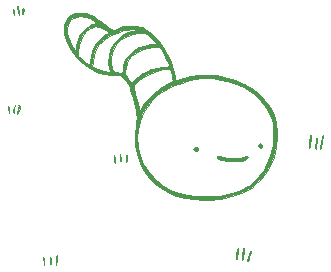
<source format=gbo>
G04 #@! TF.FileFunction,Legend,Bot*
%FSLAX46Y46*%
G04 Gerber Fmt 4.6, Leading zero omitted, Abs format (unit mm)*
G04 Created by KiCad (PCBNEW 4.0.4-stable) date Sun Sep 18 14:28:13 2016*
%MOMM*%
%LPD*%
G01*
G04 APERTURE LIST*
%ADD10C,0.100000*%
%ADD11C,0.010000*%
G04 APERTURE END LIST*
D10*
D11*
G36*
X186463921Y-111713993D02*
X186436124Y-111866190D01*
X186414636Y-112079915D01*
X186414309Y-112084625D01*
X186400529Y-112342848D01*
X186401102Y-112496259D01*
X186415238Y-112538370D01*
X186442145Y-112462692D01*
X186453929Y-112409617D01*
X186488373Y-112200274D01*
X186510052Y-111985035D01*
X186517142Y-111799899D01*
X186507822Y-111680868D01*
X186492098Y-111656000D01*
X186463921Y-111713993D01*
X186463921Y-111713993D01*
G37*
X186463921Y-111713993D02*
X186436124Y-111866190D01*
X186414636Y-112079915D01*
X186414309Y-112084625D01*
X186400529Y-112342848D01*
X186401102Y-112496259D01*
X186415238Y-112538370D01*
X186442145Y-112462692D01*
X186453929Y-112409617D01*
X186488373Y-112200274D01*
X186510052Y-111985035D01*
X186517142Y-111799899D01*
X186507822Y-111680868D01*
X186492098Y-111656000D01*
X186463921Y-111713993D01*
G36*
X185358602Y-111813434D02*
X185357623Y-111878250D01*
X185369809Y-112022286D01*
X185400945Y-112216883D01*
X185409358Y-112259250D01*
X185461896Y-112513250D01*
X185464735Y-112259250D01*
X185453095Y-112061005D01*
X185420767Y-111898993D01*
X185413000Y-111878250D01*
X185370686Y-111787500D01*
X185358602Y-111813434D01*
X185358602Y-111813434D01*
G37*
X185358602Y-111813434D02*
X185357623Y-111878250D01*
X185369809Y-112022286D01*
X185400945Y-112216883D01*
X185409358Y-112259250D01*
X185461896Y-112513250D01*
X185464735Y-112259250D01*
X185453095Y-112061005D01*
X185420767Y-111898993D01*
X185413000Y-111878250D01*
X185370686Y-111787500D01*
X185358602Y-111813434D01*
G36*
X185930125Y-111839379D02*
X185921656Y-111999976D01*
X185921000Y-112089916D01*
X185932926Y-112282826D01*
X185964372Y-112398621D01*
X185988391Y-112418000D01*
X186025684Y-112358840D01*
X186020879Y-112184634D01*
X186012005Y-112116375D01*
X185975549Y-111897651D01*
X185948173Y-111805294D01*
X185930125Y-111839379D01*
X185930125Y-111839379D01*
G37*
X185930125Y-111839379D02*
X185921656Y-111999976D01*
X185921000Y-112089916D01*
X185932926Y-112282826D01*
X185964372Y-112398621D01*
X185988391Y-112418000D01*
X186025684Y-112358840D01*
X186020879Y-112184634D01*
X186012005Y-112116375D01*
X185975549Y-111897651D01*
X185948173Y-111805294D01*
X185930125Y-111839379D01*
G36*
X202900568Y-111295079D02*
X202850113Y-111400055D01*
X202784393Y-111586079D01*
X202756617Y-111676077D01*
X202682436Y-111945796D01*
X202646092Y-112120767D01*
X202645286Y-112194840D01*
X202677720Y-112161868D01*
X202741098Y-112015700D01*
X202810321Y-111819798D01*
X202877457Y-111593195D01*
X202919200Y-111402680D01*
X202926594Y-111291866D01*
X202900568Y-111295079D01*
X202900568Y-111295079D01*
G37*
X202900568Y-111295079D02*
X202850113Y-111400055D01*
X202784393Y-111586079D01*
X202756617Y-111676077D01*
X202682436Y-111945796D01*
X202646092Y-112120767D01*
X202645286Y-112194840D01*
X202677720Y-112161868D01*
X202741098Y-112015700D01*
X202810321Y-111819798D01*
X202877457Y-111593195D01*
X202919200Y-111402680D01*
X202926594Y-111291866D01*
X202900568Y-111295079D01*
G36*
X202284751Y-111141748D02*
X202253941Y-111288878D01*
X202224577Y-111488967D01*
X202200904Y-111705093D01*
X202187169Y-111900334D01*
X202187620Y-112037766D01*
X202198322Y-112079487D01*
X202222314Y-112037247D01*
X202258087Y-111899600D01*
X202296879Y-111701885D01*
X202344023Y-111409362D01*
X202363435Y-111221702D01*
X202355603Y-111119944D01*
X202321016Y-111085126D01*
X202312759Y-111084500D01*
X202284751Y-111141748D01*
X202284751Y-111141748D01*
G37*
X202284751Y-111141748D02*
X202253941Y-111288878D01*
X202224577Y-111488967D01*
X202200904Y-111705093D01*
X202187169Y-111900334D01*
X202187620Y-112037766D01*
X202198322Y-112079487D01*
X202222314Y-112037247D01*
X202258087Y-111899600D01*
X202296879Y-111701885D01*
X202344023Y-111409362D01*
X202363435Y-111221702D01*
X202355603Y-111119944D01*
X202321016Y-111085126D01*
X202312759Y-111084500D01*
X202284751Y-111141748D01*
G36*
X201808912Y-111052750D02*
X201774692Y-111143939D01*
X201742221Y-111324430D01*
X201718116Y-111556619D01*
X201716725Y-111576625D01*
X201703100Y-111839710D01*
X201704004Y-111993507D01*
X201718749Y-112032918D01*
X201746644Y-111952843D01*
X201759701Y-111894125D01*
X201797291Y-111675873D01*
X201823765Y-111451872D01*
X201837351Y-111252418D01*
X201836277Y-111107811D01*
X201818770Y-111048347D01*
X201808912Y-111052750D01*
X201808912Y-111052750D01*
G37*
X201808912Y-111052750D02*
X201774692Y-111143939D01*
X201742221Y-111324430D01*
X201718116Y-111556619D01*
X201716725Y-111576625D01*
X201703100Y-111839710D01*
X201704004Y-111993507D01*
X201718749Y-112032918D01*
X201746644Y-111952843D01*
X201759701Y-111894125D01*
X201797291Y-111675873D01*
X201823765Y-111451872D01*
X201837351Y-111252418D01*
X201836277Y-111107811D01*
X201818770Y-111048347D01*
X201808912Y-111052750D01*
G36*
X188090048Y-91183996D02*
X187731566Y-91303807D01*
X187459940Y-91511415D01*
X187267293Y-91813301D01*
X187145746Y-92215949D01*
X187129303Y-92308967D01*
X187098375Y-92554095D01*
X187101248Y-92752102D01*
X187142894Y-92964003D01*
X187198191Y-93154616D01*
X187484247Y-93878424D01*
X187871417Y-94534127D01*
X188351638Y-95112198D01*
X188916849Y-95603109D01*
X189558987Y-95997331D01*
X189635750Y-96035241D01*
X190117199Y-96234217D01*
X190593740Y-96355679D01*
X191114561Y-96410339D01*
X191384452Y-96416000D01*
X191871578Y-96416000D01*
X192190354Y-96753058D01*
X192366701Y-96952229D01*
X192519402Y-97146960D01*
X192613157Y-97291283D01*
X192667713Y-97430713D01*
X192742152Y-97667667D01*
X192830061Y-97976564D01*
X192925026Y-98331824D01*
X193020634Y-98707866D01*
X193110472Y-99079108D01*
X193188126Y-99419970D01*
X193247183Y-99704870D01*
X193281230Y-99908228D01*
X193286990Y-99978990D01*
X193274923Y-100146545D01*
X193243098Y-100389365D01*
X193198058Y-100658468D01*
X193191740Y-100691960D01*
X193092839Y-101525850D01*
X193116664Y-102338227D01*
X193260645Y-103121160D01*
X193522214Y-103866715D01*
X193898799Y-104566961D01*
X194387832Y-105213965D01*
X194789889Y-105625583D01*
X195299050Y-106018139D01*
X195905310Y-106350687D01*
X196591582Y-106618816D01*
X197340780Y-106818112D01*
X198135818Y-106944165D01*
X198959610Y-106992561D01*
X199795069Y-106958889D01*
X199909562Y-106947632D01*
X200437830Y-106870414D01*
X201001782Y-106750935D01*
X201560607Y-106600187D01*
X202073496Y-106429162D01*
X202494500Y-106251370D01*
X202771148Y-106105706D01*
X203005554Y-105953176D01*
X203235192Y-105765512D01*
X203497538Y-105514443D01*
X203574000Y-105437055D01*
X204112685Y-104799585D01*
X204541892Y-104100514D01*
X204859078Y-103346757D01*
X205061698Y-102545229D01*
X205147207Y-101702845D01*
X205146141Y-101610884D01*
X204839078Y-101610884D01*
X204819460Y-102043675D01*
X204779906Y-102431276D01*
X204754530Y-102585789D01*
X204581789Y-103251441D01*
X204330169Y-103889041D01*
X204011735Y-104479404D01*
X203638554Y-105003343D01*
X203222691Y-105441674D01*
X202776211Y-105775209D01*
X202732684Y-105800723D01*
X201901783Y-106203973D01*
X201016850Y-106496374D01*
X200696849Y-106571388D01*
X200275687Y-106636934D01*
X199769294Y-106679786D01*
X199217480Y-106699464D01*
X198660056Y-106695486D01*
X198136834Y-106667370D01*
X197687623Y-106614635D01*
X197649741Y-106608239D01*
X196840908Y-106409501D01*
X196092958Y-106109123D01*
X195414689Y-105713323D01*
X194814901Y-105228321D01*
X194302391Y-104660333D01*
X193885958Y-104015578D01*
X193830491Y-103909000D01*
X193605612Y-103411543D01*
X193457380Y-102948586D01*
X193369928Y-102467619D01*
X193355587Y-102337221D01*
X193341270Y-101666237D01*
X193419758Y-100972495D01*
X193583042Y-100289966D01*
X193823113Y-99652622D01*
X194113513Y-99122217D01*
X194554980Y-98553108D01*
X195082243Y-98063512D01*
X195703764Y-97646915D01*
X196428010Y-97296802D01*
X196547437Y-97249068D01*
X197368969Y-96965319D01*
X197408722Y-96955750D01*
X196328483Y-96955750D01*
X195829496Y-97192607D01*
X195397641Y-97432377D01*
X194967871Y-97733875D01*
X194561787Y-98076586D01*
X194200989Y-98439998D01*
X193907078Y-98803599D01*
X193701656Y-99146875D01*
X193654955Y-99257625D01*
X193581121Y-99416423D01*
X193520742Y-99449512D01*
X193470890Y-99356452D01*
X193442359Y-99225875D01*
X193375001Y-98892582D01*
X193277726Y-98488229D01*
X193162701Y-98061579D01*
X193091440Y-97819156D01*
X193029067Y-97585856D01*
X193016043Y-97409851D01*
X193063866Y-97257165D01*
X193184033Y-97093823D01*
X193388042Y-96885847D01*
X193416609Y-96858292D01*
X193715616Y-96626454D01*
X194107127Y-96404475D01*
X194556712Y-96206272D01*
X195029938Y-96045762D01*
X195492377Y-95936863D01*
X195790213Y-95898868D01*
X196102676Y-95876250D01*
X196176446Y-96162000D01*
X196233112Y-96405635D01*
X196281109Y-96651409D01*
X196289350Y-96701750D01*
X196328483Y-96955750D01*
X197408722Y-96955750D01*
X198137734Y-96780272D01*
X198878571Y-96692099D01*
X199616319Y-96698971D01*
X200375817Y-96799061D01*
X200941520Y-96925616D01*
X201698192Y-97161129D01*
X202357770Y-97456223D01*
X202939850Y-97820354D01*
X203174469Y-98003223D01*
X203624424Y-98430712D01*
X204027208Y-98918783D01*
X204365147Y-99440215D01*
X204620564Y-99967786D01*
X204774343Y-100467250D01*
X204816918Y-100780083D01*
X204838364Y-101175491D01*
X204839078Y-101610884D01*
X205146141Y-101610884D01*
X205141126Y-101178500D01*
X205058762Y-100472516D01*
X204884616Y-99836113D01*
X204609746Y-99249868D01*
X204225211Y-98694356D01*
X203767169Y-98194000D01*
X203098755Y-97626442D01*
X202357918Y-97160091D01*
X201556093Y-96800769D01*
X200704711Y-96554305D01*
X200452741Y-96505218D01*
X199867857Y-96437256D01*
X199220669Y-96420121D01*
X198546873Y-96450783D01*
X197882164Y-96526214D01*
X197262236Y-96643386D01*
X196722784Y-96799269D01*
X196644407Y-96828338D01*
X196577836Y-96829212D01*
X196533917Y-96752419D01*
X196499363Y-96573893D01*
X196497759Y-96562682D01*
X196359603Y-95902996D01*
X196278251Y-95661067D01*
X196015649Y-95661067D01*
X195957858Y-95681804D01*
X195801757Y-95704321D01*
X195575920Y-95724935D01*
X195461875Y-95732450D01*
X195027544Y-95779705D01*
X194657684Y-95872545D01*
X194494525Y-95933344D01*
X194066704Y-96129193D01*
X193677645Y-96347169D01*
X193352801Y-96571004D01*
X193117627Y-96784429D01*
X193067107Y-96845669D01*
X192878964Y-97096924D01*
X192609246Y-96804087D01*
X192456903Y-96613427D01*
X192342215Y-96423584D01*
X192299039Y-96309364D01*
X192290241Y-96056336D01*
X192339880Y-95746085D01*
X192436816Y-95427633D01*
X192557930Y-95170008D01*
X192830426Y-94822600D01*
X193202200Y-94522773D01*
X193650984Y-94281293D01*
X194154510Y-94108923D01*
X194690509Y-94016430D01*
X194970968Y-94003479D01*
X195107177Y-94009175D01*
X195202501Y-94043039D01*
X195286174Y-94129300D01*
X195387428Y-94292186D01*
X195447218Y-94398192D01*
X195555623Y-94603604D01*
X195676622Y-94850783D01*
X195796626Y-95109542D01*
X195902047Y-95349691D01*
X195979297Y-95541041D01*
X196014788Y-95653405D01*
X196015649Y-95661067D01*
X196278251Y-95661067D01*
X196138741Y-95246188D01*
X195847011Y-94610833D01*
X195496254Y-94015505D01*
X195316904Y-93773605D01*
X194938000Y-93773605D01*
X194879668Y-93787335D01*
X194724895Y-93805228D01*
X194504021Y-93823935D01*
X194441968Y-93828351D01*
X194118720Y-93864052D01*
X193850843Y-93932743D01*
X193567435Y-94053828D01*
X193505343Y-94084680D01*
X192985151Y-94399411D01*
X192583723Y-94758801D01*
X192300819Y-95163157D01*
X192136197Y-95612784D01*
X192095742Y-95882514D01*
X192074585Y-96100945D01*
X192047886Y-96218663D01*
X192003976Y-96261810D01*
X191931186Y-96256525D01*
X191929008Y-96256024D01*
X191777409Y-96223073D01*
X191579955Y-96182613D01*
X191548698Y-96176411D01*
X191397887Y-96134655D01*
X191300881Y-96060485D01*
X191221317Y-95918188D01*
X191177199Y-95811558D01*
X191084749Y-95415639D01*
X191094327Y-94984058D01*
X191196422Y-94541886D01*
X191381525Y-94114194D01*
X191640126Y-93726053D01*
X191962716Y-93402532D01*
X192138693Y-93276804D01*
X192499197Y-93091783D01*
X192921790Y-92938643D01*
X193341903Y-92839947D01*
X193421503Y-92828532D01*
X193706227Y-92820703D01*
X193960310Y-92882738D01*
X194209949Y-93027174D01*
X194481343Y-93266553D01*
X194604985Y-93395054D01*
X194762831Y-93567145D01*
X194880223Y-93699884D01*
X194936067Y-93769292D01*
X194938000Y-93773605D01*
X195316904Y-93773605D01*
X195098310Y-93478776D01*
X194665018Y-93019220D01*
X194208218Y-92655411D01*
X194094682Y-92589995D01*
X193136749Y-92589995D01*
X193132799Y-92598640D01*
X193038875Y-92658508D01*
X192967038Y-92669500D01*
X192773658Y-92705518D01*
X192512782Y-92803907D01*
X192218004Y-92950163D01*
X191964154Y-93102414D01*
X191569219Y-93432997D01*
X191254974Y-93843968D01*
X191029826Y-94312394D01*
X190902181Y-94815339D01*
X190880446Y-95329871D01*
X190968563Y-95818532D01*
X191022304Y-95998101D01*
X191056886Y-96118280D01*
X191063813Y-96146125D01*
X191017461Y-96160777D01*
X190869876Y-96144797D01*
X190612107Y-96097014D01*
X190483858Y-96070372D01*
X190215257Y-96000820D01*
X189952495Y-95912432D01*
X189792504Y-95843481D01*
X189523044Y-95706013D01*
X189558845Y-95278977D01*
X189657090Y-94707488D01*
X189846626Y-94196179D01*
X190119719Y-93759806D01*
X190468638Y-93413125D01*
X190577558Y-93335007D01*
X190935808Y-93127734D01*
X191355786Y-92933058D01*
X191588281Y-92844940D01*
X190961959Y-92844940D01*
X190704209Y-92976435D01*
X190337039Y-93207254D01*
X190027698Y-93505300D01*
X189781489Y-93840333D01*
X189518828Y-94341554D01*
X189375209Y-94856303D01*
X189341740Y-95224213D01*
X189333357Y-95587848D01*
X189158915Y-95484803D01*
X189020744Y-95389166D01*
X188831995Y-95241081D01*
X188650619Y-95087412D01*
X188316765Y-94793067D01*
X188325784Y-94382158D01*
X188381233Y-93882013D01*
X188517683Y-93423980D01*
X188724270Y-93023574D01*
X188990130Y-92696306D01*
X189304400Y-92457689D01*
X189656214Y-92323236D01*
X189781098Y-92304137D01*
X190077928Y-92311145D01*
X190355894Y-92401631D01*
X190648858Y-92588249D01*
X190743355Y-92663728D01*
X190961959Y-92844940D01*
X191588281Y-92844940D01*
X191799229Y-92764989D01*
X192227873Y-92637533D01*
X192603455Y-92564698D01*
X192707921Y-92555113D01*
X192961618Y-92546376D01*
X193100851Y-92557623D01*
X193136749Y-92589995D01*
X194094682Y-92589995D01*
X193890250Y-92472209D01*
X193680510Y-92374550D01*
X193510488Y-92311903D01*
X193340273Y-92276545D01*
X193129959Y-92260752D01*
X192839635Y-92256800D01*
X192777000Y-92256750D01*
X192466517Y-92259628D01*
X192244509Y-92272988D01*
X192072494Y-92303912D01*
X191911992Y-92359483D01*
X191724522Y-92446787D01*
X191712563Y-92452700D01*
X191566337Y-92526981D01*
X191452926Y-92577863D01*
X191353521Y-92598333D01*
X191249314Y-92581381D01*
X191121497Y-92519994D01*
X190951263Y-92407160D01*
X190719802Y-92235868D01*
X190432172Y-92017243D01*
X189875283Y-92017243D01*
X189528492Y-92126323D01*
X189129673Y-92315749D01*
X188781243Y-92606962D01*
X188496210Y-92980371D01*
X188287585Y-93416386D01*
X188168378Y-93895419D01*
X188145053Y-94209375D01*
X188131740Y-94362516D01*
X188100680Y-94443618D01*
X188091264Y-94447500D01*
X188040741Y-94394592D01*
X187952622Y-94253976D01*
X187843482Y-94052809D01*
X187810317Y-93987125D01*
X187610596Y-93557806D01*
X187479125Y-93203022D01*
X187408428Y-92895356D01*
X187391030Y-92607386D01*
X187398592Y-92476982D01*
X187477898Y-92079260D01*
X187636517Y-91780134D01*
X187877361Y-91576752D01*
X188203344Y-91466261D01*
X188454184Y-91443052D01*
X188940672Y-91484317D01*
X189357802Y-91628438D01*
X189628517Y-91808452D01*
X189875283Y-92017243D01*
X190432172Y-92017243D01*
X190408308Y-91999105D01*
X190323726Y-91934924D01*
X189951158Y-91658625D01*
X189651338Y-91454411D01*
X189400546Y-91311767D01*
X189175063Y-91220177D01*
X188951171Y-91169123D01*
X188705150Y-91148088D01*
X188543264Y-91145500D01*
X188090048Y-91183996D01*
X188090048Y-91183996D01*
G37*
X188090048Y-91183996D02*
X187731566Y-91303807D01*
X187459940Y-91511415D01*
X187267293Y-91813301D01*
X187145746Y-92215949D01*
X187129303Y-92308967D01*
X187098375Y-92554095D01*
X187101248Y-92752102D01*
X187142894Y-92964003D01*
X187198191Y-93154616D01*
X187484247Y-93878424D01*
X187871417Y-94534127D01*
X188351638Y-95112198D01*
X188916849Y-95603109D01*
X189558987Y-95997331D01*
X189635750Y-96035241D01*
X190117199Y-96234217D01*
X190593740Y-96355679D01*
X191114561Y-96410339D01*
X191384452Y-96416000D01*
X191871578Y-96416000D01*
X192190354Y-96753058D01*
X192366701Y-96952229D01*
X192519402Y-97146960D01*
X192613157Y-97291283D01*
X192667713Y-97430713D01*
X192742152Y-97667667D01*
X192830061Y-97976564D01*
X192925026Y-98331824D01*
X193020634Y-98707866D01*
X193110472Y-99079108D01*
X193188126Y-99419970D01*
X193247183Y-99704870D01*
X193281230Y-99908228D01*
X193286990Y-99978990D01*
X193274923Y-100146545D01*
X193243098Y-100389365D01*
X193198058Y-100658468D01*
X193191740Y-100691960D01*
X193092839Y-101525850D01*
X193116664Y-102338227D01*
X193260645Y-103121160D01*
X193522214Y-103866715D01*
X193898799Y-104566961D01*
X194387832Y-105213965D01*
X194789889Y-105625583D01*
X195299050Y-106018139D01*
X195905310Y-106350687D01*
X196591582Y-106618816D01*
X197340780Y-106818112D01*
X198135818Y-106944165D01*
X198959610Y-106992561D01*
X199795069Y-106958889D01*
X199909562Y-106947632D01*
X200437830Y-106870414D01*
X201001782Y-106750935D01*
X201560607Y-106600187D01*
X202073496Y-106429162D01*
X202494500Y-106251370D01*
X202771148Y-106105706D01*
X203005554Y-105953176D01*
X203235192Y-105765512D01*
X203497538Y-105514443D01*
X203574000Y-105437055D01*
X204112685Y-104799585D01*
X204541892Y-104100514D01*
X204859078Y-103346757D01*
X205061698Y-102545229D01*
X205147207Y-101702845D01*
X205146141Y-101610884D01*
X204839078Y-101610884D01*
X204819460Y-102043675D01*
X204779906Y-102431276D01*
X204754530Y-102585789D01*
X204581789Y-103251441D01*
X204330169Y-103889041D01*
X204011735Y-104479404D01*
X203638554Y-105003343D01*
X203222691Y-105441674D01*
X202776211Y-105775209D01*
X202732684Y-105800723D01*
X201901783Y-106203973D01*
X201016850Y-106496374D01*
X200696849Y-106571388D01*
X200275687Y-106636934D01*
X199769294Y-106679786D01*
X199217480Y-106699464D01*
X198660056Y-106695486D01*
X198136834Y-106667370D01*
X197687623Y-106614635D01*
X197649741Y-106608239D01*
X196840908Y-106409501D01*
X196092958Y-106109123D01*
X195414689Y-105713323D01*
X194814901Y-105228321D01*
X194302391Y-104660333D01*
X193885958Y-104015578D01*
X193830491Y-103909000D01*
X193605612Y-103411543D01*
X193457380Y-102948586D01*
X193369928Y-102467619D01*
X193355587Y-102337221D01*
X193341270Y-101666237D01*
X193419758Y-100972495D01*
X193583042Y-100289966D01*
X193823113Y-99652622D01*
X194113513Y-99122217D01*
X194554980Y-98553108D01*
X195082243Y-98063512D01*
X195703764Y-97646915D01*
X196428010Y-97296802D01*
X196547437Y-97249068D01*
X197368969Y-96965319D01*
X197408722Y-96955750D01*
X196328483Y-96955750D01*
X195829496Y-97192607D01*
X195397641Y-97432377D01*
X194967871Y-97733875D01*
X194561787Y-98076586D01*
X194200989Y-98439998D01*
X193907078Y-98803599D01*
X193701656Y-99146875D01*
X193654955Y-99257625D01*
X193581121Y-99416423D01*
X193520742Y-99449512D01*
X193470890Y-99356452D01*
X193442359Y-99225875D01*
X193375001Y-98892582D01*
X193277726Y-98488229D01*
X193162701Y-98061579D01*
X193091440Y-97819156D01*
X193029067Y-97585856D01*
X193016043Y-97409851D01*
X193063866Y-97257165D01*
X193184033Y-97093823D01*
X193388042Y-96885847D01*
X193416609Y-96858292D01*
X193715616Y-96626454D01*
X194107127Y-96404475D01*
X194556712Y-96206272D01*
X195029938Y-96045762D01*
X195492377Y-95936863D01*
X195790213Y-95898868D01*
X196102676Y-95876250D01*
X196176446Y-96162000D01*
X196233112Y-96405635D01*
X196281109Y-96651409D01*
X196289350Y-96701750D01*
X196328483Y-96955750D01*
X197408722Y-96955750D01*
X198137734Y-96780272D01*
X198878571Y-96692099D01*
X199616319Y-96698971D01*
X200375817Y-96799061D01*
X200941520Y-96925616D01*
X201698192Y-97161129D01*
X202357770Y-97456223D01*
X202939850Y-97820354D01*
X203174469Y-98003223D01*
X203624424Y-98430712D01*
X204027208Y-98918783D01*
X204365147Y-99440215D01*
X204620564Y-99967786D01*
X204774343Y-100467250D01*
X204816918Y-100780083D01*
X204838364Y-101175491D01*
X204839078Y-101610884D01*
X205146141Y-101610884D01*
X205141126Y-101178500D01*
X205058762Y-100472516D01*
X204884616Y-99836113D01*
X204609746Y-99249868D01*
X204225211Y-98694356D01*
X203767169Y-98194000D01*
X203098755Y-97626442D01*
X202357918Y-97160091D01*
X201556093Y-96800769D01*
X200704711Y-96554305D01*
X200452741Y-96505218D01*
X199867857Y-96437256D01*
X199220669Y-96420121D01*
X198546873Y-96450783D01*
X197882164Y-96526214D01*
X197262236Y-96643386D01*
X196722784Y-96799269D01*
X196644407Y-96828338D01*
X196577836Y-96829212D01*
X196533917Y-96752419D01*
X196499363Y-96573893D01*
X196497759Y-96562682D01*
X196359603Y-95902996D01*
X196278251Y-95661067D01*
X196015649Y-95661067D01*
X195957858Y-95681804D01*
X195801757Y-95704321D01*
X195575920Y-95724935D01*
X195461875Y-95732450D01*
X195027544Y-95779705D01*
X194657684Y-95872545D01*
X194494525Y-95933344D01*
X194066704Y-96129193D01*
X193677645Y-96347169D01*
X193352801Y-96571004D01*
X193117627Y-96784429D01*
X193067107Y-96845669D01*
X192878964Y-97096924D01*
X192609246Y-96804087D01*
X192456903Y-96613427D01*
X192342215Y-96423584D01*
X192299039Y-96309364D01*
X192290241Y-96056336D01*
X192339880Y-95746085D01*
X192436816Y-95427633D01*
X192557930Y-95170008D01*
X192830426Y-94822600D01*
X193202200Y-94522773D01*
X193650984Y-94281293D01*
X194154510Y-94108923D01*
X194690509Y-94016430D01*
X194970968Y-94003479D01*
X195107177Y-94009175D01*
X195202501Y-94043039D01*
X195286174Y-94129300D01*
X195387428Y-94292186D01*
X195447218Y-94398192D01*
X195555623Y-94603604D01*
X195676622Y-94850783D01*
X195796626Y-95109542D01*
X195902047Y-95349691D01*
X195979297Y-95541041D01*
X196014788Y-95653405D01*
X196015649Y-95661067D01*
X196278251Y-95661067D01*
X196138741Y-95246188D01*
X195847011Y-94610833D01*
X195496254Y-94015505D01*
X195316904Y-93773605D01*
X194938000Y-93773605D01*
X194879668Y-93787335D01*
X194724895Y-93805228D01*
X194504021Y-93823935D01*
X194441968Y-93828351D01*
X194118720Y-93864052D01*
X193850843Y-93932743D01*
X193567435Y-94053828D01*
X193505343Y-94084680D01*
X192985151Y-94399411D01*
X192583723Y-94758801D01*
X192300819Y-95163157D01*
X192136197Y-95612784D01*
X192095742Y-95882514D01*
X192074585Y-96100945D01*
X192047886Y-96218663D01*
X192003976Y-96261810D01*
X191931186Y-96256525D01*
X191929008Y-96256024D01*
X191777409Y-96223073D01*
X191579955Y-96182613D01*
X191548698Y-96176411D01*
X191397887Y-96134655D01*
X191300881Y-96060485D01*
X191221317Y-95918188D01*
X191177199Y-95811558D01*
X191084749Y-95415639D01*
X191094327Y-94984058D01*
X191196422Y-94541886D01*
X191381525Y-94114194D01*
X191640126Y-93726053D01*
X191962716Y-93402532D01*
X192138693Y-93276804D01*
X192499197Y-93091783D01*
X192921790Y-92938643D01*
X193341903Y-92839947D01*
X193421503Y-92828532D01*
X193706227Y-92820703D01*
X193960310Y-92882738D01*
X194209949Y-93027174D01*
X194481343Y-93266553D01*
X194604985Y-93395054D01*
X194762831Y-93567145D01*
X194880223Y-93699884D01*
X194936067Y-93769292D01*
X194938000Y-93773605D01*
X195316904Y-93773605D01*
X195098310Y-93478776D01*
X194665018Y-93019220D01*
X194208218Y-92655411D01*
X194094682Y-92589995D01*
X193136749Y-92589995D01*
X193132799Y-92598640D01*
X193038875Y-92658508D01*
X192967038Y-92669500D01*
X192773658Y-92705518D01*
X192512782Y-92803907D01*
X192218004Y-92950163D01*
X191964154Y-93102414D01*
X191569219Y-93432997D01*
X191254974Y-93843968D01*
X191029826Y-94312394D01*
X190902181Y-94815339D01*
X190880446Y-95329871D01*
X190968563Y-95818532D01*
X191022304Y-95998101D01*
X191056886Y-96118280D01*
X191063813Y-96146125D01*
X191017461Y-96160777D01*
X190869876Y-96144797D01*
X190612107Y-96097014D01*
X190483858Y-96070372D01*
X190215257Y-96000820D01*
X189952495Y-95912432D01*
X189792504Y-95843481D01*
X189523044Y-95706013D01*
X189558845Y-95278977D01*
X189657090Y-94707488D01*
X189846626Y-94196179D01*
X190119719Y-93759806D01*
X190468638Y-93413125D01*
X190577558Y-93335007D01*
X190935808Y-93127734D01*
X191355786Y-92933058D01*
X191588281Y-92844940D01*
X190961959Y-92844940D01*
X190704209Y-92976435D01*
X190337039Y-93207254D01*
X190027698Y-93505300D01*
X189781489Y-93840333D01*
X189518828Y-94341554D01*
X189375209Y-94856303D01*
X189341740Y-95224213D01*
X189333357Y-95587848D01*
X189158915Y-95484803D01*
X189020744Y-95389166D01*
X188831995Y-95241081D01*
X188650619Y-95087412D01*
X188316765Y-94793067D01*
X188325784Y-94382158D01*
X188381233Y-93882013D01*
X188517683Y-93423980D01*
X188724270Y-93023574D01*
X188990130Y-92696306D01*
X189304400Y-92457689D01*
X189656214Y-92323236D01*
X189781098Y-92304137D01*
X190077928Y-92311145D01*
X190355894Y-92401631D01*
X190648858Y-92588249D01*
X190743355Y-92663728D01*
X190961959Y-92844940D01*
X191588281Y-92844940D01*
X191799229Y-92764989D01*
X192227873Y-92637533D01*
X192603455Y-92564698D01*
X192707921Y-92555113D01*
X192961618Y-92546376D01*
X193100851Y-92557623D01*
X193136749Y-92589995D01*
X194094682Y-92589995D01*
X193890250Y-92472209D01*
X193680510Y-92374550D01*
X193510488Y-92311903D01*
X193340273Y-92276545D01*
X193129959Y-92260752D01*
X192839635Y-92256800D01*
X192777000Y-92256750D01*
X192466517Y-92259628D01*
X192244509Y-92272988D01*
X192072494Y-92303912D01*
X191911992Y-92359483D01*
X191724522Y-92446787D01*
X191712563Y-92452700D01*
X191566337Y-92526981D01*
X191452926Y-92577863D01*
X191353521Y-92598333D01*
X191249314Y-92581381D01*
X191121497Y-92519994D01*
X190951263Y-92407160D01*
X190719802Y-92235868D01*
X190432172Y-92017243D01*
X189875283Y-92017243D01*
X189528492Y-92126323D01*
X189129673Y-92315749D01*
X188781243Y-92606962D01*
X188496210Y-92980371D01*
X188287585Y-93416386D01*
X188168378Y-93895419D01*
X188145053Y-94209375D01*
X188131740Y-94362516D01*
X188100680Y-94443618D01*
X188091264Y-94447500D01*
X188040741Y-94394592D01*
X187952622Y-94253976D01*
X187843482Y-94052809D01*
X187810317Y-93987125D01*
X187610596Y-93557806D01*
X187479125Y-93203022D01*
X187408428Y-92895356D01*
X187391030Y-92607386D01*
X187398592Y-92476982D01*
X187477898Y-92079260D01*
X187636517Y-91780134D01*
X187877361Y-91576752D01*
X188203344Y-91466261D01*
X188454184Y-91443052D01*
X188940672Y-91484317D01*
X189357802Y-91628438D01*
X189628517Y-91808452D01*
X189875283Y-92017243D01*
X190432172Y-92017243D01*
X190408308Y-91999105D01*
X190323726Y-91934924D01*
X189951158Y-91658625D01*
X189651338Y-91454411D01*
X189400546Y-91311767D01*
X189175063Y-91220177D01*
X188951171Y-91169123D01*
X188705150Y-91148088D01*
X188543264Y-91145500D01*
X188090048Y-91183996D01*
G36*
X191330185Y-103261206D02*
X191330477Y-103337500D01*
X191349061Y-103520099D01*
X191382000Y-103686750D01*
X191430475Y-103877250D01*
X191433524Y-103655000D01*
X191420114Y-103463919D01*
X191383505Y-103309336D01*
X191382000Y-103305750D01*
X191342455Y-103226384D01*
X191330185Y-103261206D01*
X191330185Y-103261206D01*
G37*
X191330185Y-103261206D02*
X191330477Y-103337500D01*
X191349061Y-103520099D01*
X191382000Y-103686750D01*
X191430475Y-103877250D01*
X191433524Y-103655000D01*
X191420114Y-103463919D01*
X191383505Y-103309336D01*
X191382000Y-103305750D01*
X191342455Y-103226384D01*
X191330185Y-103261206D01*
G36*
X192361777Y-103204110D02*
X192338786Y-103350131D01*
X192334500Y-103464500D01*
X192345923Y-103645615D01*
X192375127Y-103760573D01*
X192398000Y-103782000D01*
X192434224Y-103724889D01*
X192457215Y-103578868D01*
X192461500Y-103464500D01*
X192450078Y-103283384D01*
X192420874Y-103168426D01*
X192398000Y-103147000D01*
X192361777Y-103204110D01*
X192361777Y-103204110D01*
G37*
X192361777Y-103204110D02*
X192338786Y-103350131D01*
X192334500Y-103464500D01*
X192345923Y-103645615D01*
X192375127Y-103760573D01*
X192398000Y-103782000D01*
X192434224Y-103724889D01*
X192457215Y-103578868D01*
X192461500Y-103464500D01*
X192450078Y-103283384D01*
X192420874Y-103168426D01*
X192398000Y-103147000D01*
X192361777Y-103204110D01*
G36*
X191834976Y-103117069D02*
X191831249Y-103227183D01*
X191842483Y-103382432D01*
X191865978Y-103542706D01*
X191894282Y-103655000D01*
X191922544Y-103709461D01*
X191930043Y-103646546D01*
X191917820Y-103467909D01*
X191895280Y-103271235D01*
X191870846Y-103132682D01*
X191856368Y-103092201D01*
X191834976Y-103117069D01*
X191834976Y-103117069D01*
G37*
X191834976Y-103117069D02*
X191831249Y-103227183D01*
X191842483Y-103382432D01*
X191865978Y-103542706D01*
X191894282Y-103655000D01*
X191922544Y-103709461D01*
X191930043Y-103646546D01*
X191917820Y-103467909D01*
X191895280Y-103271235D01*
X191870846Y-103132682D01*
X191856368Y-103092201D01*
X191834976Y-103117069D01*
G36*
X209016474Y-101490319D02*
X208977921Y-101611434D01*
X208932409Y-101799748D01*
X208885724Y-102026041D01*
X208843656Y-102261092D01*
X208811990Y-102475680D01*
X208796514Y-102640586D01*
X208797295Y-102702500D01*
X208814882Y-102710279D01*
X208849765Y-102611138D01*
X208896708Y-102423137D01*
X208944622Y-102194500D01*
X208995219Y-101915376D01*
X209030241Y-101681274D01*
X209045852Y-101520839D01*
X209042279Y-101465624D01*
X209016474Y-101490319D01*
X209016474Y-101490319D01*
G37*
X209016474Y-101490319D02*
X208977921Y-101611434D01*
X208932409Y-101799748D01*
X208885724Y-102026041D01*
X208843656Y-102261092D01*
X208811990Y-102475680D01*
X208796514Y-102640586D01*
X208797295Y-102702500D01*
X208814882Y-102710279D01*
X208849765Y-102611138D01*
X208896708Y-102423137D01*
X208944622Y-102194500D01*
X208995219Y-101915376D01*
X209030241Y-101681274D01*
X209045852Y-101520839D01*
X209042279Y-101465624D01*
X209016474Y-101490319D01*
G36*
X208489726Y-101745699D02*
X208465609Y-101847227D01*
X208441889Y-102011986D01*
X208421991Y-102208171D01*
X208409341Y-102403979D01*
X208407364Y-102567608D01*
X208413541Y-102642356D01*
X208430988Y-102659073D01*
X208455068Y-102568020D01*
X208481452Y-102387954D01*
X208490082Y-102310703D01*
X208510785Y-102066458D01*
X208518955Y-101866393D01*
X208513224Y-101748286D01*
X208510814Y-101739203D01*
X208489726Y-101745699D01*
X208489726Y-101745699D01*
G37*
X208489726Y-101745699D02*
X208465609Y-101847227D01*
X208441889Y-102011986D01*
X208421991Y-102208171D01*
X208409341Y-102403979D01*
X208407364Y-102567608D01*
X208413541Y-102642356D01*
X208430988Y-102659073D01*
X208455068Y-102568020D01*
X208481452Y-102387954D01*
X208490082Y-102310703D01*
X208510785Y-102066458D01*
X208518955Y-101866393D01*
X208513224Y-101748286D01*
X208510814Y-101739203D01*
X208489726Y-101745699D01*
G36*
X207987378Y-101508983D02*
X207959591Y-101589071D01*
X207927165Y-101762855D01*
X207895884Y-101997462D01*
X207887250Y-102078133D01*
X207862120Y-102364253D01*
X207853815Y-102549903D01*
X207861937Y-102628121D01*
X207886087Y-102591943D01*
X207911311Y-102499082D01*
X207941842Y-102333745D01*
X207968850Y-102124944D01*
X207989830Y-101905279D01*
X208002276Y-101707351D01*
X208003685Y-101563760D01*
X207991551Y-101507107D01*
X207987378Y-101508983D01*
X207987378Y-101508983D01*
G37*
X207987378Y-101508983D02*
X207959591Y-101589071D01*
X207927165Y-101762855D01*
X207895884Y-101997462D01*
X207887250Y-102078133D01*
X207862120Y-102364253D01*
X207853815Y-102549903D01*
X207861937Y-102628121D01*
X207886087Y-102591943D01*
X207911311Y-102499082D01*
X207941842Y-102333745D01*
X207968850Y-102124944D01*
X207989830Y-101905279D01*
X208002276Y-101707351D01*
X208003685Y-101563760D01*
X207991551Y-101507107D01*
X207987378Y-101508983D01*
G36*
X183261512Y-98979002D02*
X183270105Y-98993271D01*
X183274552Y-99070080D01*
X183245594Y-99226622D01*
X183212868Y-99348784D01*
X183157878Y-99562624D01*
X183145322Y-99674493D01*
X183169750Y-99678123D01*
X183225711Y-99567246D01*
X183278609Y-99424379D01*
X183353829Y-99179697D01*
X183376255Y-99032502D01*
X183346945Y-98965267D01*
X183306917Y-98956000D01*
X183261512Y-98979002D01*
X183261512Y-98979002D01*
G37*
X183261512Y-98979002D02*
X183270105Y-98993271D01*
X183274552Y-99070080D01*
X183245594Y-99226622D01*
X183212868Y-99348784D01*
X183157878Y-99562624D01*
X183145322Y-99674493D01*
X183169750Y-99678123D01*
X183225711Y-99567246D01*
X183278609Y-99424379D01*
X183353829Y-99179697D01*
X183376255Y-99032502D01*
X183346945Y-98965267D01*
X183306917Y-98956000D01*
X183261512Y-98979002D01*
G36*
X182372385Y-99103048D02*
X182373486Y-99146500D01*
X182394700Y-99329243D01*
X182428500Y-99495750D01*
X182459456Y-99608291D01*
X182474584Y-99614711D01*
X182481464Y-99506259D01*
X182483515Y-99432250D01*
X182472976Y-99244725D01*
X182438628Y-99102335D01*
X182428500Y-99083000D01*
X182384597Y-99037465D01*
X182372385Y-99103048D01*
X182372385Y-99103048D01*
G37*
X182372385Y-99103048D02*
X182373486Y-99146500D01*
X182394700Y-99329243D01*
X182428500Y-99495750D01*
X182459456Y-99608291D01*
X182474584Y-99614711D01*
X182481464Y-99506259D01*
X182483515Y-99432250D01*
X182472976Y-99244725D01*
X182438628Y-99102335D01*
X182428500Y-99083000D01*
X182384597Y-99037465D01*
X182372385Y-99103048D01*
G36*
X182869373Y-99210000D02*
X182836645Y-99407873D01*
X182829925Y-99543117D01*
X182848404Y-99593744D01*
X182882102Y-99556122D01*
X182903272Y-99459918D01*
X182918448Y-99288889D01*
X182921538Y-99210000D01*
X182928622Y-98924250D01*
X182869373Y-99210000D01*
X182869373Y-99210000D01*
G37*
X182869373Y-99210000D02*
X182836645Y-99407873D01*
X182829925Y-99543117D01*
X182848404Y-99593744D01*
X182882102Y-99556122D01*
X182903272Y-99459918D01*
X182918448Y-99288889D01*
X182921538Y-99210000D01*
X182928622Y-98924250D01*
X182869373Y-99210000D01*
G36*
X183133962Y-90616796D02*
X183154147Y-90736710D01*
X183209013Y-90957989D01*
X183224960Y-91018500D01*
X183317538Y-91367750D01*
X183287457Y-91023362D01*
X183259270Y-90818802D01*
X183219339Y-90664833D01*
X183192188Y-90613787D01*
X183147096Y-90581428D01*
X183133962Y-90616796D01*
X183133962Y-90616796D01*
G37*
X183133962Y-90616796D02*
X183154147Y-90736710D01*
X183209013Y-90957989D01*
X183224960Y-91018500D01*
X183317538Y-91367750D01*
X183287457Y-91023362D01*
X183259270Y-90818802D01*
X183219339Y-90664833D01*
X183192188Y-90613787D01*
X183147096Y-90581428D01*
X183133962Y-90616796D01*
G36*
X182771582Y-90879221D02*
X182784147Y-90986750D01*
X182824780Y-91164050D01*
X182874875Y-91287711D01*
X182887392Y-91304250D01*
X182921443Y-91301955D01*
X182911460Y-91183054D01*
X182904153Y-91145500D01*
X182857748Y-90962397D01*
X182813094Y-90847603D01*
X182780827Y-90815189D01*
X182771582Y-90879221D01*
X182771582Y-90879221D01*
G37*
X182771582Y-90879221D02*
X182784147Y-90986750D01*
X182824780Y-91164050D01*
X182874875Y-91287711D01*
X182887392Y-91304250D01*
X182921443Y-91301955D01*
X182911460Y-91183054D01*
X182904153Y-91145500D01*
X182857748Y-90962397D01*
X182813094Y-90847603D01*
X182780827Y-90815189D01*
X182771582Y-90879221D01*
G36*
X183629148Y-90781743D02*
X183588385Y-90923705D01*
X183583454Y-91099243D01*
X183602357Y-91224079D01*
X183628581Y-91232843D01*
X183650875Y-91187931D01*
X183684790Y-91040693D01*
X183696570Y-90870431D01*
X183689247Y-90744197D01*
X183663807Y-90730792D01*
X183629148Y-90781743D01*
X183629148Y-90781743D01*
G37*
X183629148Y-90781743D02*
X183588385Y-90923705D01*
X183583454Y-91099243D01*
X183602357Y-91224079D01*
X183628581Y-91232843D01*
X183650875Y-91187931D01*
X183684790Y-91040693D01*
X183696570Y-90870431D01*
X183689247Y-90744197D01*
X183663807Y-90730792D01*
X183629148Y-90781743D01*
G36*
X202536472Y-103259798D02*
X202326533Y-103359264D01*
X202025173Y-103425449D01*
X201663888Y-103457018D01*
X201274175Y-103452633D01*
X200887528Y-103410960D01*
X200576701Y-103342919D01*
X200343395Y-103281163D01*
X200200245Y-103259338D01*
X200117581Y-103275291D01*
X200080529Y-103306921D01*
X200067959Y-103400200D01*
X200168662Y-103496802D01*
X200369495Y-103587871D01*
X200589500Y-103649894D01*
X200808451Y-103682180D01*
X201103060Y-103701981D01*
X201434163Y-103709289D01*
X201762598Y-103704098D01*
X202049200Y-103686399D01*
X202254805Y-103656184D01*
X202277415Y-103650232D01*
X202453940Y-103570290D01*
X202591749Y-103458020D01*
X202661549Y-103342628D01*
X202653818Y-103274917D01*
X202574839Y-103240819D01*
X202536472Y-103259798D01*
X202536472Y-103259798D01*
G37*
X202536472Y-103259798D02*
X202326533Y-103359264D01*
X202025173Y-103425449D01*
X201663888Y-103457018D01*
X201274175Y-103452633D01*
X200887528Y-103410960D01*
X200576701Y-103342919D01*
X200343395Y-103281163D01*
X200200245Y-103259338D01*
X200117581Y-103275291D01*
X200080529Y-103306921D01*
X200067959Y-103400200D01*
X200168662Y-103496802D01*
X200369495Y-103587871D01*
X200589500Y-103649894D01*
X200808451Y-103682180D01*
X201103060Y-103701981D01*
X201434163Y-103709289D01*
X201762598Y-103704098D01*
X202049200Y-103686399D01*
X202254805Y-103656184D01*
X202277415Y-103650232D01*
X202453940Y-103570290D01*
X202591749Y-103458020D01*
X202661549Y-103342628D01*
X202653818Y-103274917D01*
X202574839Y-103240819D01*
X202536472Y-103259798D01*
G36*
X198135275Y-102558989D02*
X198075426Y-102670083D01*
X198115396Y-102800475D01*
X198119680Y-102805798D01*
X198209461Y-102882910D01*
X198306382Y-102866759D01*
X198390070Y-102811949D01*
X198465023Y-102700596D01*
X198438633Y-102588023D01*
X198328246Y-102518202D01*
X198271750Y-102512000D01*
X198135275Y-102558989D01*
X198135275Y-102558989D01*
G37*
X198135275Y-102558989D02*
X198075426Y-102670083D01*
X198115396Y-102800475D01*
X198119680Y-102805798D01*
X198209461Y-102882910D01*
X198306382Y-102866759D01*
X198390070Y-102811949D01*
X198465023Y-102700596D01*
X198438633Y-102588023D01*
X198328246Y-102518202D01*
X198271750Y-102512000D01*
X198135275Y-102558989D01*
G36*
X203652184Y-102234247D02*
X203560471Y-102346172D01*
X203542250Y-102423670D01*
X203592517Y-102522112D01*
X203707567Y-102567664D01*
X203833782Y-102553360D01*
X203917472Y-102472411D01*
X203916973Y-102338714D01*
X203836008Y-102239335D01*
X203715090Y-102210642D01*
X203652184Y-102234247D01*
X203652184Y-102234247D01*
G37*
X203652184Y-102234247D02*
X203560471Y-102346172D01*
X203542250Y-102423670D01*
X203592517Y-102522112D01*
X203707567Y-102567664D01*
X203833782Y-102553360D01*
X203917472Y-102472411D01*
X203916973Y-102338714D01*
X203836008Y-102239335D01*
X203715090Y-102210642D01*
X203652184Y-102234247D01*
M02*

</source>
